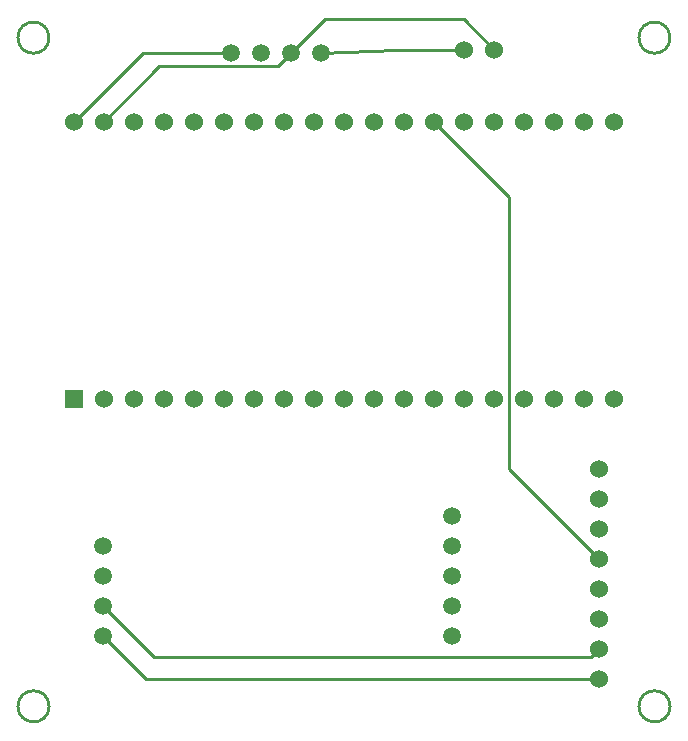
<source format=gbr>
%TF.GenerationSoftware,Altium Limited,Altium Designer,24.6.1 (21)*%
G04 Layer_Physical_Order=2*
G04 Layer_Color=16711680*
%FSLAX45Y45*%
%MOMM*%
%TF.SameCoordinates,C87A4CA8-C81E-49FD-A381-63D600C1493B*%
%TF.FilePolarity,Positive*%
%TF.FileFunction,Copper,L2,Bot,Signal*%
%TF.Part,Single*%
G01*
G75*
%TA.AperFunction,Conductor*%
%ADD10C,0.25400*%
%TA.AperFunction,NonConductor*%
%ADD11C,0.25400*%
%TA.AperFunction,ComponentPad*%
%ADD12C,1.52400*%
%ADD13C,1.53000*%
%ADD14R,1.53000X1.53000*%
%ADD15C,1.50800*%
D10*
X3784035Y5343328D02*
X4419035Y4708328D01*
Y2400865D02*
Y4708328D01*
Y2400865D02*
X5181599Y1638302D01*
X5117266Y811968D02*
X5181599Y876302D01*
X1411695Y811968D02*
X5117266D01*
X982435Y1241228D02*
X1411695Y811968D01*
X1347362Y622302D02*
X5181599D01*
X982435Y987228D02*
X1347362Y622302D01*
X2831535Y5927528D02*
X3461455Y5952928D01*
X4038035D01*
X990035Y5343328D02*
X1459935Y5813228D01*
X2463235D01*
X2577535Y5927528D01*
X2860308Y6210302D01*
X4034662D01*
X4292035Y5952928D01*
X736035Y5343328D02*
X1320235Y5927528D01*
X2069535D01*
D11*
X5783300Y393700D02*
G03*
X5783300Y393700I-131800J0D01*
G01*
X524935Y6054528D02*
G03*
X524935Y6054528I-131800J0D01*
G01*
X525500Y393700D02*
G03*
X525500Y393700I-131800J0D01*
G01*
X5782735Y6054528D02*
G03*
X5782735Y6054528I-131800J0D01*
G01*
D12*
X5181599Y622302D02*
D03*
Y876302D02*
D03*
Y1130302D02*
D03*
Y1384302D02*
D03*
Y1638302D02*
D03*
Y1892302D02*
D03*
Y2146302D02*
D03*
Y2400302D02*
D03*
X4292035Y5952928D02*
D03*
X4038035D02*
D03*
D13*
X736035Y5343328D02*
D03*
X990035D02*
D03*
X1244035D02*
D03*
X1498035D02*
D03*
X1752035D02*
D03*
X2006035D02*
D03*
X2260035D02*
D03*
X2514035D02*
D03*
X2768035D02*
D03*
X3022035D02*
D03*
X3276035D02*
D03*
X3530035D02*
D03*
X3784035D02*
D03*
X4038035D02*
D03*
X4292035D02*
D03*
X4546035D02*
D03*
X5054035D02*
D03*
X5308035D02*
D03*
X4800035D02*
D03*
X5309036Y2993828D02*
D03*
X5055036D02*
D03*
X4801036D02*
D03*
X4547036D02*
D03*
X4293036D02*
D03*
X4039036D02*
D03*
X3785036D02*
D03*
X3531036D02*
D03*
X3277036D02*
D03*
X3023036D02*
D03*
X2769036D02*
D03*
X2515036D02*
D03*
X2261036D02*
D03*
X2007036D02*
D03*
X1753036D02*
D03*
X1499036D02*
D03*
X1245036D02*
D03*
X991036D02*
D03*
D14*
X737036D02*
D03*
D15*
X2831535Y5927528D02*
D03*
X2577535D02*
D03*
X2323535D02*
D03*
X2069535D02*
D03*
X3936435Y2003228D02*
D03*
Y1749228D02*
D03*
Y1495228D02*
D03*
Y1241228D02*
D03*
Y987228D02*
D03*
X982435Y1749228D02*
D03*
Y1495228D02*
D03*
Y1241228D02*
D03*
Y987228D02*
D03*
%TF.MD5,5b959989c07a9a8e9ade5cd864c08445*%
M02*

</source>
